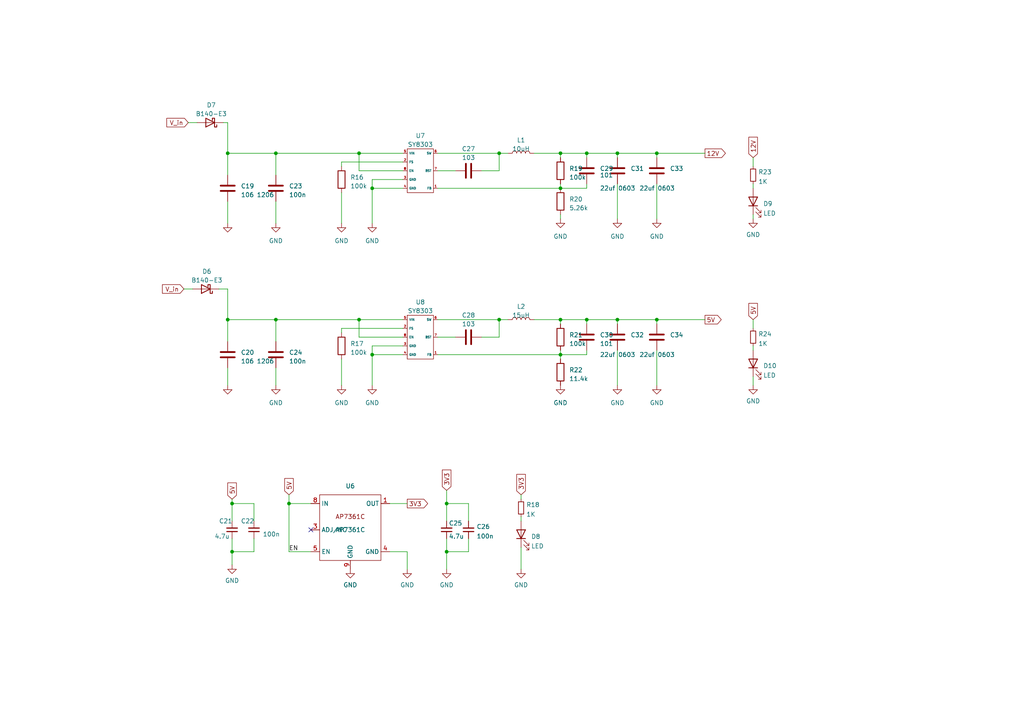
<source format=kicad_sch>
(kicad_sch (version 20231120) (generator "eeschema") (generator_version "8.0")
  (paper "A4")
  (lib_symbols
    (symbol "AP7361C_1"
      (property "Reference" "U" (at 0 11.43 0))
      (symbol "AP7361C_1_0_1"
        (rectangle (start -8.89 10.16) (end 8.89 -8.89))
      )
      (symbol "AP7361C_1_1_1"
        (text "AP7361C\n" (at 0 3.81 0) (effects (font (size 1.27 1.27))))
        (pin output line (at 11.43 7.62 180) (length 2.54) (name "OUT") (number "1"))
        (pin output line (at -11.43 0 0) (length 2.54) (name "ADJ/NC") (number "3"))
        (pin input line (at 11.43 -6.35 180) (length 2.54) (name "GND") (number "4"))
        (pin input line (at -11.43 -6.35 0) (length 2.54) (name "EN") (number "5"))
        (pin input line (at -11.43 7.62 0) (length 2.54) (name "IN") (number "8"))
        (pin input line (at 0 -11.43 90) (length 2.54) (name "GND") (number "9"))
      )
    )
    (symbol "Device:C" (pin_numbers hide) (pin_names (offset 0.254))
      (property "Reference" "C" (at 0.635 2.54 0))
      (property "Value" "C" (at 0.635 -2.54 0))
      (symbol "C_0_1"
        (polyline (pts (xy -2.032 -0.762) (xy 2.032 -0.762)) (stroke (width 0.508)))
        (polyline (pts (xy -2.032 0.762) (xy 2.032 0.762)) (stroke (width 0.508)))
      )
      (symbol "C_1_1"
        (pin passive line (at 0 3.81 270) (length 2.794) (name "~") (number "1"))
        (pin passive line (at 0 -3.81 90) (length 2.794) (name "~") (number "2"))
      )
    )
    (symbol "Device:C_Small" (pin_numbers hide) (pin_names (offset 0.254) hide)
      (property "Reference" "C" (at 0.254 1.778 0))
      (property "Value" "C_Small" (at 0.254 -2.032 0))
      (symbol "C_Small_0_1"
        (polyline (pts (xy -1.524 -0.508) (xy 1.524 -0.508)) (stroke (width 0.3302)))
        (polyline (pts (xy -1.524 0.508) (xy 1.524 0.508)) (stroke (width 0.3048)))
      )
      (symbol "C_Small_1_1"
        (pin passive line (at 0 2.54 270) (length 2.032) (name "~") (number "1"))
        (pin passive line (at 0 -2.54 90) (length 2.032) (name "~") (number "2"))
      )
    )
    (symbol "Device:L" (pin_numbers hide) (pin_names (offset 1.016) hide)
      (property "Reference" "L" (at -1.27 0 90))
      (property "Value" "L" (at 1.905 0 90))
      (symbol "L_0_1"
        (arc (start 0 -2.54) (mid 0.6323 -1.905) (end 0 -1.27))
        (arc (start 0 -1.27) (mid 0.6323 -0.635) (end 0 0))
        (arc (start 0 0) (mid 0.6323 0.635) (end 0 1.27))
        (arc (start 0 1.27) (mid 0.6323 1.905) (end 0 2.54))
      )
      (symbol "L_1_1"
        (pin passive line (at 0 3.81 270) (length 1.27) (name "1") (number "1"))
        (pin passive line (at 0 -3.81 90) (length 1.27) (name "2") (number "2"))
      )
    )
    (symbol "Device:LED" (pin_numbers hide) (pin_names (offset 1.016) hide)
      (property "Reference" "D" (at 0 2.54 0))
      (property "Value" "LED" (at 0 -2.54 0))
      (symbol "LED_0_1"
        (polyline (pts (xy -1.27 -1.27) (xy -1.27 1.27)) (stroke (width 0.254)))
        (polyline (pts (xy -1.27 0) (xy 1.27 0)))
        (polyline (pts (xy 1.27 -1.27) (xy 1.27 1.27) (xy -1.27 0) (xy 1.27 -1.27)) (stroke (width 0.254)))
        (polyline (pts (xy -3.048 -0.762) (xy -4.572 -2.286) (xy -3.81 -2.286) (xy -4.572 -2.286) (xy -4.572 -1.524)))
        (polyline (pts (xy -1.778 -0.762) (xy -3.302 -2.286) (xy -2.54 -2.286) (xy -3.302 -2.286) (xy -3.302 -1.524)))
      )
      (symbol "LED_1_1"
        (pin passive line (at -3.81 0 0) (length 2.54) (name "K") (number "1"))
        (pin passive line (at 3.81 0 180) (length 2.54) (name "A") (number "2"))
      )
    )
    (symbol "Device:R" (pin_numbers hide) (pin_names (offset 0))
      (property "Reference" "R" (at 2.032 0 90))
      (property "Value" "R" (at 0 0 90))
      (symbol "R_0_1"
        (rectangle (start -1.016 -2.54) (end 1.016 2.54) (stroke (width 0.254)))
      )
      (symbol "R_1_1"
        (pin passive line (at 0 3.81 270) (length 1.27) (name "~") (number "1"))
        (pin passive line (at 0 -3.81 90) (length 1.27) (name "~") (number "2"))
      )
    )
    (symbol "Device:R_Small" (pin_numbers hide) (pin_names (offset 0.254) hide)
      (property "Reference" "R" (at 0.762 0.508 0))
      (property "Value" "R_Small" (at 0.762 -1.016 0))
      (symbol "R_Small_0_1"
        (rectangle (start -0.762 1.778) (end 0.762 -1.778) (stroke (width 0.2032)))
      )
      (symbol "R_Small_1_1"
        (pin passive line (at 0 2.54 270) (length 0.762) (name "~") (number "1"))
        (pin passive line (at 0 -2.54 90) (length 0.762) (name "~") (number "2"))
      )
    )
    (symbol "Diode:B140-E3" (pin_numbers hide) (pin_names hide)
      (property "Reference" "D" (at 0 2.54 0))
      (property "Value" "B140-E3" (at 0 -2.54 0))
      (symbol "B140-E3_0_1"
        (polyline (pts (xy 1.27 0) (xy -1.27 0)))
        (polyline (pts (xy 1.27 1.27) (xy 1.27 -1.27) (xy -1.27 0) (xy 1.27 1.27)) (stroke (width 0.254)))
        (polyline (pts (xy -1.905 0.635) (xy -1.905 1.27) (xy -1.27 1.27) (xy -1.27 -1.27) (xy -0.635 -1.27) (xy -0.635 -0.635)) (stroke (width 0.254)))
      )
      (symbol "B140-E3_1_1"
        (pin passive line (at -3.81 0 0) (length 2.54) (name "K") (number "1"))
        (pin passive line (at 3.81 0 180) (length 2.54) (name "A") (number "2"))
      )
    )
    (symbol "PCM_204_Power_SMPS-Convertor:SY8303"
      (property "Reference" "U" (at -2.54 -7.62 0))
      (property "Value" "SY8303" (at 0 7.62 0))
      (symbol "SY8303_0_1"
        (rectangle (start -3.81 6.35) (end 3.81 -6.35))
      )
      (symbol "SY8303_1_1"
        (pin input line (at 5.08 -5.08 180) (length 1.27) (name "FB") (number "1"))
        (pin input line (at -5.08 2.54 0) (length 1.27) (name "FS") (number "2"))
        (pin power_in line (at -5.08 -2.54 0) (length 1.27) (name "GND") (number "3"))
        (pin power_in line (at -5.08 -5.08 0) (length 1.27) (name "GND") (number "4"))
        (pin power_in line (at -5.08 5.08 0) (length 1.27) (name "VIN") (number "5"))
        (pin power_out line (at 5.08 5.08 180) (length 1.27) (name "SW") (number "6"))
        (pin power_in line (at 5.08 0 180) (length 1.27) (name "BST") (number "7"))
        (pin input line (at -5.08 0 0) (length 1.27) (name "EN") (number "8"))
      )
    )
    (symbol "power:GND" (power) (pin_names (offset 0))
      (property "Value" "GND" (at 0 -3.81 0))
      (symbol "GND_0_1"
        (polyline (pts (xy 0 0) (xy 0 -1.27) (xy 1.27 -1.27) (xy 0 -2.54) (xy -1.27 -1.27) (xy 0 -1.27)))
      )
      (symbol "GND_1_1"
        (pin power_in line (at 0 0 270) (length 0) hide (name "GND") (number "1"))
      )
    )
  )
  (junction (at 107.95 102.87))
  (junction (at 162.56 102.87))
  (junction (at 104.14 92.71))
  (junction (at 104.14 44.45))
  (junction (at 144.78 92.71))
  (junction (at 80.01 44.45))
  (junction (at 80.01 92.71))
  (junction (at 190.5 44.45))
  (junction (at 66.04 92.71))
  (junction (at 162.56 44.45))
  (junction (at 162.56 92.71))
  (junction (at 179.07 92.71))
  (junction (at 66.04 44.45))
  (junction (at 190.5 92.71))
  (junction (at 170.18 44.45))
  (junction (at 144.78 44.45))
  (junction (at 83.82 146.05))
  (junction (at 129.54 146.05))
  (junction (at 129.54 160.02))
  (junction (at 67.31 160.02))
  (junction (at 170.18 92.71))
  (junction (at 67.31 146.05))
  (junction (at 179.07 44.45))
  (junction (at 107.95 54.61))
  (junction (at 162.56 54.61))
  (no_connect (at 90.17 153.67))
  (wire (pts (xy 80.01 58.42) (xy 80.01 64.77)))
  (wire (pts (xy 218.44 100.33) (xy 218.44 101.6)))
  (wire (pts (xy 218.44 53.34) (xy 218.44 54.61)))
  (wire (pts (xy 67.31 146.05) (xy 67.31 151.13)))
  (wire (pts (xy 107.95 100.33) (xy 107.95 102.87)))
  (wire (pts (xy 73.66 160.02) (xy 73.66 156.21)))
  (wire (pts (xy 218.44 45.72) (xy 218.44 48.26)))
  (wire (pts (xy 179.07 92.71) (xy 170.18 92.71)))
  (wire (pts (xy 129.54 165.1) (xy 129.54 160.02)))
  (wire (pts (xy 129.54 142.24) (xy 129.54 146.05)))
  (wire (pts (xy 66.04 44.45) (xy 80.01 44.45)))
  (wire (pts (xy 73.66 146.05) (xy 73.66 151.13)))
  (wire (pts (xy 190.5 93.98) (xy 190.5 92.71)))
  (wire (pts (xy 129.54 156.21) (xy 129.54 160.02)))
  (wire (pts (xy 54.61 35.56) (xy 57.15 35.56)))
  (wire (pts (xy 162.56 102.87) (xy 162.56 104.14)))
  (wire (pts (xy 190.5 44.45) (xy 204.47 44.45)))
  (wire (pts (xy 162.56 62.23) (xy 162.56 63.5)))
  (wire (pts (xy 104.14 92.71) (xy 116.84 92.71)))
  (wire (pts (xy 170.18 54.61) (xy 162.56 54.61)))
  (wire (pts (xy 127 92.71) (xy 144.78 92.71)))
  (wire (pts (xy 170.18 53.34) (xy 170.18 54.61)))
  (wire (pts (xy 66.04 92.71) (xy 66.04 99.06)))
  (wire (pts (xy 127 102.87) (xy 162.56 102.87)))
  (wire (pts (xy 170.18 92.71) (xy 162.56 92.71)))
  (wire (pts (xy 170.18 92.71) (xy 170.18 93.98)))
  (wire (pts (xy 151.13 143.51) (xy 151.13 144.78)))
  (wire (pts (xy 190.5 53.34) (xy 190.5 63.5)))
  (wire (pts (xy 104.14 49.53) (xy 116.84 49.53)))
  (wire (pts (xy 99.06 104.14) (xy 99.06 111.76)))
  (wire (pts (xy 190.5 44.45) (xy 179.07 44.45)))
  (wire (pts (xy 83.82 143.51) (xy 83.82 146.05)))
  (wire (pts (xy 64.77 35.56) (xy 66.04 35.56)))
  (wire (pts (xy 80.01 106.68) (xy 80.01 111.76)))
  (wire (pts (xy 66.04 92.71) (xy 80.01 92.71)))
  (wire (pts (xy 67.31 146.05) (xy 73.66 146.05)))
  (wire (pts (xy 139.7 49.53) (xy 144.78 49.53)))
  (wire (pts (xy 99.06 48.26) (xy 99.06 46.99)))
  (wire (pts (xy 144.78 44.45) (xy 147.32 44.45)))
  (wire (pts (xy 104.14 49.53) (xy 104.14 44.45)))
  (wire (pts (xy 190.5 92.71) (xy 179.07 92.71)))
  (wire (pts (xy 99.06 55.88) (xy 99.06 64.77)))
  (wire (pts (xy 190.5 92.71) (xy 204.47 92.71)))
  (wire (pts (xy 107.95 54.61) (xy 116.84 54.61)))
  (wire (pts (xy 67.31 144.78) (xy 67.31 146.05)))
  (wire (pts (xy 104.14 97.79) (xy 104.14 92.71)))
  (wire (pts (xy 66.04 58.42) (xy 66.04 64.77)))
  (wire (pts (xy 107.95 102.87) (xy 116.84 102.87)))
  (wire (pts (xy 162.56 44.45) (xy 162.56 45.72)))
  (wire (pts (xy 218.44 62.23) (xy 218.44 63.5)))
  (wire (pts (xy 127 54.61) (xy 162.56 54.61)))
  (wire (pts (xy 151.13 158.75) (xy 151.13 165.1)))
  (wire (pts (xy 179.07 53.34) (xy 179.07 63.5)))
  (wire (pts (xy 67.31 156.21) (xy 67.31 160.02)))
  (wire (pts (xy 179.07 44.45) (xy 170.18 44.45)))
  (wire (pts (xy 80.01 92.71) (xy 104.14 92.71)))
  (wire (pts (xy 154.94 92.71) (xy 162.56 92.71)))
  (wire (pts (xy 83.82 160.02) (xy 83.82 146.05)))
  (wire (pts (xy 139.7 97.79) (xy 144.78 97.79)))
  (wire (pts (xy 80.01 44.45) (xy 104.14 44.45)))
  (wire (pts (xy 127 49.53) (xy 132.08 49.53)))
  (wire (pts (xy 104.14 97.79) (xy 116.84 97.79)))
  (wire (pts (xy 170.18 44.45) (xy 170.18 45.72)))
  (wire (pts (xy 179.07 101.6) (xy 179.07 111.76)))
  (wire (pts (xy 162.56 92.71) (xy 162.56 93.98)))
  (wire (pts (xy 116.84 100.33) (xy 107.95 100.33)))
  (wire (pts (xy 129.54 146.05) (xy 135.89 146.05)))
  (wire (pts (xy 67.31 160.02) (xy 67.31 163.83)))
  (wire (pts (xy 66.04 35.56) (xy 66.04 44.45)))
  (wire (pts (xy 66.04 106.68) (xy 66.04 111.76)))
  (wire (pts (xy 144.78 92.71) (xy 147.32 92.71)))
  (wire (pts (xy 66.04 83.82) (xy 66.04 92.71)))
  (wire (pts (xy 83.82 160.02) (xy 90.17 160.02)))
  (wire (pts (xy 107.95 54.61) (xy 107.95 64.77)))
  (wire (pts (xy 107.95 102.87) (xy 107.95 111.76)))
  (wire (pts (xy 107.95 52.07) (xy 107.95 54.61)))
  (wire (pts (xy 190.5 101.6) (xy 190.5 111.76)))
  (wire (pts (xy 83.82 146.05) (xy 90.17 146.05)))
  (wire (pts (xy 170.18 101.6) (xy 170.18 102.87)))
  (wire (pts (xy 99.06 46.99) (xy 116.84 46.99)))
  (wire (pts (xy 53.34 83.82) (xy 55.88 83.82)))
  (wire (pts (xy 66.04 44.45) (xy 66.04 50.8)))
  (wire (pts (xy 99.06 95.25) (xy 116.84 95.25)))
  (wire (pts (xy 154.94 44.45) (xy 162.56 44.45)))
  (wire (pts (xy 127 44.45) (xy 144.78 44.45)))
  (wire (pts (xy 118.11 160.02) (xy 113.03 160.02)))
  (wire (pts (xy 113.03 146.05) (xy 118.11 146.05)))
  (wire (pts (xy 135.89 160.02) (xy 135.89 156.21)))
  (wire (pts (xy 144.78 97.79) (xy 144.78 92.71)))
  (wire (pts (xy 118.11 165.1) (xy 118.11 160.02)))
  (wire (pts (xy 151.13 149.86) (xy 151.13 151.13)))
  (wire (pts (xy 218.44 92.71) (xy 218.44 95.25)))
  (wire (pts (xy 162.56 102.87) (xy 162.56 101.6)))
  (wire (pts (xy 170.18 102.87) (xy 162.56 102.87)))
  (wire (pts (xy 129.54 160.02) (xy 135.89 160.02)))
  (wire (pts (xy 144.78 49.53) (xy 144.78 44.45)))
  (wire (pts (xy 67.31 160.02) (xy 73.66 160.02)))
  (wire (pts (xy 162.56 54.61) (xy 162.56 53.34)))
  (wire (pts (xy 129.54 146.05) (xy 129.54 151.13)))
  (wire (pts (xy 127 97.79) (xy 132.08 97.79)))
  (wire (pts (xy 104.14 44.45) (xy 116.84 44.45)))
  (wire (pts (xy 80.01 44.45) (xy 80.01 50.8)))
  (wire (pts (xy 63.5 83.82) (xy 66.04 83.82)))
  (wire (pts (xy 179.07 45.72) (xy 179.07 44.45)))
  (wire (pts (xy 116.84 52.07) (xy 107.95 52.07)))
  (wire (pts (xy 170.18 44.45) (xy 162.56 44.45)))
  (wire (pts (xy 135.89 146.05) (xy 135.89 151.13)))
  (wire (pts (xy 99.06 96.52) (xy 99.06 95.25)))
  (wire (pts (xy 179.07 93.98) (xy 179.07 92.71)))
  (wire (pts (xy 218.44 109.22) (xy 218.44 111.76)))
  (wire (pts (xy 190.5 45.72) (xy 190.5 44.45)))
  (wire (pts (xy 80.01 92.71) (xy 80.01 99.06)))
  (label "EN" (at 83.82 160.02 0))
  (global_label "5V" (shape input) (at 83.82 143.51 90) (property "Intersheetrefs" "${INTERSHEET_REFS}" (effects (hide yes))))
  (global_label "5V" (shape input) (at 67.31 144.78 90) (property "Intersheetrefs" "${INTERSHEET_REFS}" (effects (hide yes))))
  (global_label "V_in" (shape input) (at 53.34 83.82 180) (property "Intersheetrefs" "${INTERSHEET_REFS}" (effects (hide yes))))
  (global_label "3V3" (shape output) (at 118.11 146.05 0) (property "Intersheetrefs" "${INTERSHEET_REFS}" (effects (hide yes))))
  (global_label "5V" (shape output) (at 204.47 92.71 0) (property "Intersheetrefs" "${INTERSHEET_REFS}" (effects (hide yes))))
  (global_label "3V3" (shape input) (at 129.54 142.24 90) (property "Intersheetrefs" "${INTERSHEET_REFS}" (effects (hide yes))))
  (global_label "5V" (shape input) (at 218.44 92.71 90) (property "Intersheetrefs" "${INTERSHEET_REFS}" (effects (hide yes))))
  (global_label "12V" (shape output) (at 204.47 44.45 0) (property "Intersheetrefs" "${INTERSHEET_REFS}" (effects (hide yes))))
  (global_label "12V" (shape input) (at 218.44 45.72 90) (property "Intersheetrefs" "${INTERSHEET_REFS}" (effects (hide yes))))
  (global_label "V_in" (shape input) (at 54.61 35.56 180) (property "Intersheetrefs" "${INTERSHEET_REFS}" (effects (hide yes))))
  (global_label "3V3" (shape input) (at 151.13 143.51 90) (property "Intersheetrefs" "${INTERSHEET_REFS}" (effects (hide yes))))
  (symbol (lib_id "Device:LED") (at 151.13 154.94 90) (unit 1)
    (property "Reference" "D8" (at 154.051 155.619 90) (effects (justify right)))
    (property "Value" "LED" (at 154.051 158.3941 90) (effects (justify right)))
    (property "Footprint" "LED_SMD:LED_0603_1608Metric_Pad1.05x0.95mm_HandSolder" (effects (hide yes)))
  )
  (symbol (lib_id "Device:C") (at 66.04 54.61 180) (unit 1)
    (property "Reference" "C19" (at 69.85 53.975 0) (effects (justify right)))
    (property "Value" "106 1206" (at 69.85 56.515 0) (effects (justify right)))
    (property "Footprint" "Capacitor_SMD:C_1206_3216Metric_Pad1.33x1.80mm_HandSolder" (effects (hide yes)))
  )
  (symbol (lib_id "power:GND") (at 118.11 165.1 0) (unit 1)
    (property "Reference" "#PWR048" (effects (hide yes)))
    (property "Value" "GND" (at 118.11 169.6625 0))
  )
  (symbol (lib_id "Device:R") (at 99.06 52.07 0) (unit 1)
    (property "Reference" "R16" (at 101.6 51.435 0) (effects (justify left)))
    (property "Value" "100k" (at 101.6 53.975 0) (effects (justify left)))
    (property "Footprint" "Resistor_SMD:R_0603_1608Metric_Pad0.98x0.95mm_HandSolder" (effects (hide yes)))
  )
  (symbol (lib_id "Device:C_Small") (at 67.31 153.67 0) (mirror x) (unit 1)
    (property "Reference" "C21" (at 63.5 151.13 0) (effects (justify left)))
    (property "Value" "4.7u" (at 62.23 155.575 0) (effects (justify left)))
    (property "Footprint" "Capacitor_SMD:C_0603_1608Metric_Pad1.08x0.95mm_HandSolder" (effects (hide yes)))
  )
  (symbol (lib_id "power:GND") (at 162.56 63.5 0) (unit 1)
    (property "Reference" "#PWR051" (effects (hide yes)))
    (property "Value" "GND" (at 162.56 68.58 0))
  )
  (symbol (lib_id "power:GND") (at 101.6 165.1 0) (unit 1)
    (property "Reference" "#PWR045" (effects (hide yes)))
    (property "Value" "GND" (at 101.6 169.6625 0))
  )
  (symbol (lib_id "Device:C") (at 66.04 102.87 180) (unit 1)
    (property "Reference" "C20" (at 69.85 102.235 0) (effects (justify right)))
    (property "Value" "106 1206" (at 69.85 104.775 0) (effects (justify right)))
    (property "Footprint" "Capacitor_SMD:C_1206_3216Metric_Pad1.33x1.80mm_HandSolder" (effects (hide yes)))
  )
  (symbol (lib_id "power:GND") (at 67.31 163.83 0) (unit 1)
    (property "Reference" "#PWR040" (effects (hide yes)))
    (property "Value" "GND" (at 67.31 168.3925 0))
  )
  (symbol (lib_id "power:GND") (at 66.04 64.77 0) (unit 1)
    (property "Reference" "#PWR038" (effects (hide yes)))
    (property "Value" "GND" (effects (hide yes)))
  )
  (symbol (lib_id "power:GND") (at 218.44 111.76 0) (unit 1)
    (property "Reference" "#PWR058" (effects (hide yes)))
    (property "Value" "GND" (at 218.44 116.3225 0))
  )
  (symbol (lib_id "Device:C") (at 135.89 49.53 90) (unit 1)
    (property "Reference" "C27" (at 135.89 43.18 90))
    (property "Value" "103" (at 135.89 45.72 90))
    (property "Footprint" "Capacitor_SMD:C_0603_1608Metric_Pad1.08x0.95mm_HandSolder" (effects (hide yes)))
  )
  (symbol (lib_id "Device:R_Small") (at 151.13 147.32 0) (unit 1)
    (property "Reference" "R18" (at 152.6286 146.4115 0) (effects (justify left)))
    (property "Value" "1K" (at 152.6286 149.1866 0) (effects (justify left)))
    (property "Footprint" "Resistor_SMD:R_0603_1608Metric_Pad0.98x0.95mm_HandSolder" (effects (hide yes)))
  )
  (symbol (lib_id "power:GND") (at 190.5 63.5 0) (unit 1)
    (property "Reference" "#PWR055" (effects (hide yes)))
    (property "Value" "GND" (at 190.5 68.58 0))
  )
  (symbol (lib_id "Device:R") (at 162.56 58.42 180) (unit 1)
    (property "Reference" "R20" (at 165.1 57.785 0) (effects (justify right)))
    (property "Value" "5.26k" (at 165.1 60.325 0) (effects (justify right)))
    (property "Footprint" "Resistor_SMD:R_0603_1608Metric_Pad0.98x0.95mm_HandSolder" (effects (hide yes)))
  )
  (symbol (lib_id "Diode:B140-E3") (at 59.69 83.82 180) (unit 1)
    (property "Reference" "D6" (at 60.0075 78.74 0))
    (property "Value" "B140-E3" (at 60.0075 81.28 0))
    (property "Footprint" "Diode_SMD:D_SMA" (effects (hide yes)))
    (property "Datasheet" "http://www.vishay.com/docs/88946/b120.pdf" (effects (hide yes)))
  )
  (symbol (lib_id "power:GND") (at 190.5 111.76 0) (unit 1)
    (property "Reference" "#PWR056" (effects (hide yes)))
    (property "Value" "GND" (at 190.5 116.84 0))
  )
  (symbol (lib_id "power:GND") (at 66.04 111.76 0) (unit 1)
    (property "Reference" "#PWR039" (effects (hide yes)))
    (property "Value" "GND" (effects (hide yes)))
  )
  (symbol (lib_id "Device:C") (at 170.18 49.53 180) (unit 1)
    (property "Reference" "C29" (at 173.99 48.895 0) (effects (justify right)))
    (property "Value" "101" (at 173.99 50.8 0) (effects (justify right)))
    (property "Footprint" "Capacitor_SMD:C_0603_1608Metric_Pad1.08x0.95mm_HandSolder" (effects (hide yes)))
  )
  (symbol (lib_id "PCM_204_Power_SMPS-Convertor:SY8303") (at 121.92 49.53 0) (unit 1)
    (property "Reference" "U7" (at 121.92 39.37 0))
    (property "Value" "SY8303" (at 121.92 41.91 0))
    (property "Footprint" "BuckBoost:SOT-23-8" (effects (hide yes)))
    (property "Symbol type" "Specified Device" (effects (hide yes)))
  )
  (symbol (lib_id "Device:C") (at 170.18 97.79 180) (unit 1)
    (property "Reference" "C30" (at 173.99 97.155 0) (effects (justify right)))
    (property "Value" "101" (at 173.99 99.695 0) (effects (justify right)))
    (property "Footprint" "Capacitor_SMD:C_0603_1608Metric_Pad1.08x0.95mm_HandSolder" (effects (hide yes)))
  )
  (symbol (lib_id "Device:C") (at 80.01 54.61 180) (unit 1)
    (property "Reference" "C23" (at 83.82 53.975 0) (effects (justify right)))
    (property "Value" "100n" (at 83.82 56.515 0) (effects (justify right)))
    (property "Footprint" "Capacitor_SMD:C_0603_1608Metric_Pad1.08x0.95mm_HandSolder" (effects (hide yes)))
  )
  (symbol (lib_id "PCM_204_Power_SMPS-Convertor:SY8303") (at 121.92 97.79 0) (unit 1)
    (property "Reference" "U8" (at 121.92 87.63 0))
    (property "Value" "SY8303" (at 121.92 90.17 0))
    (property "Footprint" "BuckBoost:SOT-23-8" (effects (hide yes)))
    (property "Symbol type" "Specified Device" (effects (hide yes)))
  )
  (symbol (lib_id "Device:C") (at 190.5 97.79 180) (unit 1)
    (property "Reference" "C34" (at 194.31 97.155 0) (effects (justify right)))
    (property "Value" "22uf 0603" (at 185.42 102.87 0) (effects (justify right)))
    (property "Footprint" "Capacitor_SMD:C_1206_3216Metric_Pad1.33x1.80mm_HandSolder" (effects (hide yes)))
  )
  (symbol (lib_id "power:GND") (at 179.07 111.76 0) (unit 1)
    (property "Reference" "#PWR054" (effects (hide yes)))
    (property "Value" "GND" (at 179.07 116.84 0))
  )
  (symbol (lib_id "Device:C_Small") (at 129.54 153.67 0) (mirror x) (unit 1)
    (property "Reference" "C25" (at 130.175 151.765 0) (effects (justify left)))
    (property "Value" "4.7u" (at 130.175 155.575 0) (effects (justify left)))
    (property "Footprint" "Capacitor_SMD:C_0603_1608Metric_Pad1.08x0.95mm_HandSolder" (effects (hide yes)))
  )
  (symbol (lib_id "power:GND") (at 80.01 111.76 0) (unit 1)
    (property "Reference" "#PWR042" (effects (hide yes)))
    (property "Value" "GND" (at 80.01 116.84 0))
  )
  (symbol (lib_id "power:GND") (at 218.44 63.5 0) (unit 1)
    (property "Reference" "#PWR057" (effects (hide yes)))
    (property "Value" "GND" (at 218.44 68.0625 0))
  )
  (symbol (lib_id "Device:C") (at 80.01 102.87 180) (unit 1)
    (property "Reference" "C24" (at 83.82 102.235 0) (effects (justify right)))
    (property "Value" "100n" (at 83.82 104.775 0) (effects (justify right)))
    (property "Footprint" "Capacitor_SMD:C_0603_1608Metric_Pad1.08x0.95mm_HandSolder" (effects (hide yes)))
  )
  (symbol (lib_id "Device:C") (at 179.07 97.79 180) (unit 1)
    (property "Reference" "C32" (at 182.88 97.155 0) (effects (justify right)))
    (property "Value" "22uf 0603" (at 173.99 102.87 0) (effects (justify right)))
    (property "Footprint" "Capacitor_SMD:C_1206_3216Metric_Pad1.33x1.80mm_HandSolder" (effects (hide yes)))
  )
  (symbol (lib_id "power:GND") (at 151.13 165.1 0) (unit 1)
    (property "Reference" "#PWR050" (effects (hide yes)))
    (property "Value" "GND" (at 151.13 169.6625 0))
  )
  (symbol (lib_id "Diode:B140-E3") (at 60.96 35.56 180) (unit 1)
    (property "Reference" "D7" (at 61.2775 30.48 0))
    (property "Value" "B140-E3" (at 61.2775 33.02 0))
    (property "Footprint" "Diode_SMD:D_SMA" (effects (hide yes)))
    (property "Datasheet" "http://www.vishay.com/docs/88946/b120.pdf" (effects (hide yes)))
  )
  (symbol (lib_id "Device:C") (at 179.07 49.53 180) (unit 1)
    (property "Reference" "C31" (at 182.88 48.895 0) (effects (justify right)))
    (property "Value" "22uf 0603" (at 173.99 54.61 0) (effects (justify right)))
    (property "Footprint" "Capacitor_SMD:C_1206_3216Metric_Pad1.33x1.80mm_HandSolder" (effects (hide yes)))
  )
  (symbol (lib_id "power:GND") (at 80.01 64.77 0) (unit 1)
    (property "Reference" "#PWR041" (effects (hide yes)))
    (property "Value" "GND" (at 80.01 69.85 0))
  )
  (symbol (lib_id "Device:R_Small") (at 218.44 50.8 0) (unit 1)
    (property "Reference" "R23" (at 219.9386 49.8915 0) (effects (justify left)))
    (property "Value" "1K" (at 219.9386 52.6666 0) (effects (justify left)))
    (property "Footprint" "Resistor_SMD:R_0603_1608Metric_Pad0.98x0.95mm_HandSolder" (effects (hide yes)))
  )
  (symbol (lib_id "Device:L") (at 151.13 44.45 90) (unit 1)
    (property "Reference" "L1" (at 151.13 40.64 90))
    (property "Value" "10uH" (at 151.13 43.18 90))
    (property "Footprint" "Inductor_SMD:L_Abracon_ASPI-0630LR" (effects (hide yes)))
  )
  (symbol (lib_name "AP7361C_1") (lib_id "ldo:AP7361C") (at 101.6 153.67 0) (unit 1)
    (property "Reference" "U6" (at 101.6 140.97 0))
    (property "Value" "AP7361C" (at 101.6 153.67 0))
    (property "Footprint" "Package_DFN_QFN:DFN-8-1EP_3x3mm_P0.65mm_EP1.55x2.4mm" (effects (hide yes)))
  )
  (symbol (lib_id "Device:LED") (at 218.44 105.41 90) (unit 1)
    (property "Reference" "D10" (at 221.361 106.089 90) (effects (justify right)))
    (property "Value" "LED" (at 221.361 108.8641 90) (effects (justify right)))
    (property "Footprint" "LED_SMD:LED_0603_1608Metric_Pad1.05x0.95mm_HandSolder" (effects (hide yes)))
  )
  (symbol (lib_id "Device:C") (at 135.89 97.79 90) (unit 1)
    (property "Reference" "C28" (at 135.89 91.44 90))
    (property "Value" "103" (at 135.89 93.98 90))
    (property "Footprint" "Capacitor_SMD:C_0603_1608Metric_Pad1.08x0.95mm_HandSolder" (effects (hide yes)))
  )
  (symbol (lib_id "Device:L") (at 151.13 92.71 90) (unit 1)
    (property "Reference" "L2" (at 151.13 88.9 90))
    (property "Value" "15uH" (at 151.13 91.44 90))
    (property "Footprint" "Inductor_SMD:L_Abracon_ASPI-0630LR" (effects (hide yes)))
  )
  (symbol (lib_id "Device:R") (at 162.56 107.95 180) (unit 1)
    (property "Reference" "R22" (at 165.1 107.315 0) (effects (justify right)))
    (property "Value" "11.4k" (at 165.1 109.855 0) (effects (justify right)))
    (property "Footprint" "Resistor_SMD:R_0603_1608Metric_Pad0.98x0.95mm_HandSolder" (effects (hide yes)))
  )
  (symbol (lib_id "Device:R") (at 162.56 97.79 180) (unit 1)
    (property "Reference" "R21" (at 165.1 97.155 0) (effects (justify right)))
    (property "Value" "100k" (at 165.1 99.695 0) (effects (justify right)))
    (property "Footprint" "Resistor_SMD:R_0603_1608Metric_Pad0.98x0.95mm_HandSolder" (effects (hide yes)))
  )
  (symbol (lib_id "Device:C_Small") (at 135.89 153.67 0) (mirror x) (unit 1)
    (property "Reference" "C26" (at 138.2141 152.7551 0) (effects (justify left)))
    (property "Value" "100n" (at 138.2141 155.5302 0) (effects (justify left)))
    (property "Footprint" "Capacitor_SMD:C_0603_1608Metric_Pad1.08x0.95mm_HandSolder" (effects (hide yes)))
  )
  (symbol (lib_id "power:GND") (at 162.56 111.76 0) (unit 1)
    (property "Reference" "#PWR052" (effects (hide yes)))
    (property "Value" "GND" (at 162.56 116.84 0))
  )
  (symbol (lib_id "Device:R_Small") (at 218.44 97.79 0) (unit 1)
    (property "Reference" "R24" (at 219.9386 96.8815 0) (effects (justify left)))
    (property "Value" "1K" (at 219.9386 99.6566 0) (effects (justify left)))
    (property "Footprint" "Resistor_SMD:R_0603_1608Metric_Pad0.98x0.95mm_HandSolder" (effects (hide yes)))
  )
  (symbol (lib_id "power:GND") (at 99.06 64.77 0) (unit 1)
    (property "Reference" "#PWR043" (effects (hide yes)))
    (property "Value" "GND" (at 99.06 69.85 0))
  )
  (symbol (lib_id "power:GND") (at 129.54 165.1 0) (unit 1)
    (property "Reference" "#PWR049" (effects (hide yes)))
    (property "Value" "GND" (at 129.54 169.6625 0))
  )
  (symbol (lib_id "Device:R") (at 99.06 100.33 0) (unit 1)
    (property "Reference" "R17" (at 101.6 99.695 0) (effects (justify left)))
    (property "Value" "100k" (at 101.6 102.235 0) (effects (justify left)))
    (property "Footprint" "Resistor_SMD:R_0603_1608Metric_Pad0.98x0.95mm_HandSolder" (effects (hide yes)))
  )
  (symbol (lib_id "power:GND") (at 99.06 111.76 0) (unit 1)
    (property "Reference" "#PWR044" (effects (hide yes)))
    (property "Value" "GND" (at 99.06 116.84 0))
  )
  (symbol (lib_id "Device:C") (at 190.5 49.53 180) (unit 1)
    (property "Reference" "C33" (at 194.31 48.895 0) (effects (justify right)))
    (property "Value" "22uf 0603" (at 185.42 54.61 0) (effects (justify right)))
    (property "Footprint" "Capacitor_SMD:C_1206_3216Metric_Pad1.33x1.80mm_HandSolder" (effects (hide yes)))
  )
  (symbol (lib_id "Device:LED") (at 218.44 58.42 90) (unit 1)
    (property "Reference" "D9" (at 221.361 59.099 90) (effects (justify right)))
    (property "Value" "LED" (at 221.361 61.8741 90) (effects (justify right)))
    (property "Footprint" "LED_SMD:LED_0603_1608Metric_Pad1.05x0.95mm_HandSolder" (effects (hide yes)))
  )
  (symbol (lib_id "Device:C_Small") (at 73.66 153.67 0) (mirror x) (unit 1)
    (property "Reference" "C22" (at 69.85 151.13 0) (effects (justify left)))
    (property "Value" "100n" (at 76.2 154.94 0) (effects (justify left)))
    (property "Footprint" "Capacitor_SMD:C_0603_1608Metric_Pad1.08x0.95mm_HandSolder" (effects (hide yes)))
  )
  (symbol (lib_id "power:GND") (at 107.95 111.76 0) (unit 1)
    (property "Reference" "#PWR047" (effects (hide yes)))
    (property "Value" "GND" (at 107.95 116.84 0))
  )
  (symbol (lib_id "Device:R") (at 162.56 49.53 180) (unit 1)
    (property "Reference" "R19" (at 165.1 48.895 0) (effects (justify right)))
    (property "Value" "100k" (at 165.1 51.435 0) (effects (justify right)))
    (property "Footprint" "Resistor_SMD:R_0603_1608Metric_Pad0.98x0.95mm_HandSolder" (effects (hide yes)))
  )
  (symbol (lib_id "power:GND") (at 179.07 63.5 0) (unit 1)
    (property "Reference" "#PWR053" (effects (hide yes)))
    (property "Value" "GND" (at 179.07 68.58 0))
  )
  (symbol (lib_id "power:GND") (at 107.95 64.77 0) (unit 1)
    (property "Reference" "#PWR046" (effects (hide yes)))
    (property "Value" "GND" (at 107.95 69.85 0))
  )
)
</source>
